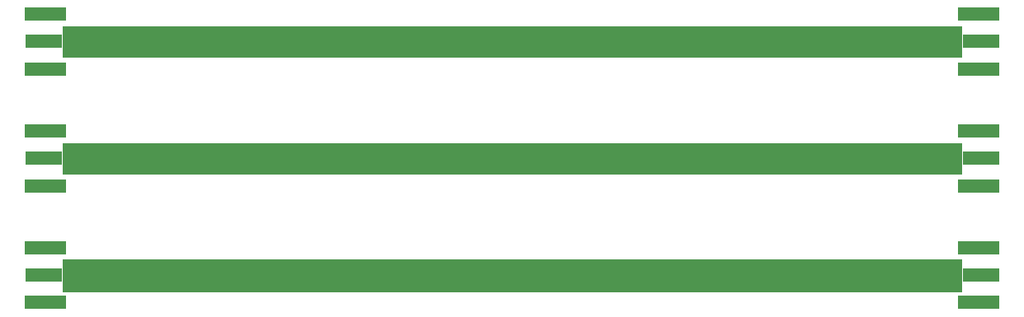
<source format=gts>
G04 #@! TF.GenerationSoftware,KiCad,Pcbnew,5.1.6-c6e7f7d~86~ubuntu18.04.1*
G04 #@! TF.CreationDate,2020-07-08T22:14:40-04:00*
G04 #@! TF.ProjectId,microstrip_tests,6d696372-6f73-4747-9269-705f74657374,rev?*
G04 #@! TF.SameCoordinates,Original*
G04 #@! TF.FileFunction,Soldermask,Top*
G04 #@! TF.FilePolarity,Negative*
%FSLAX46Y46*%
G04 Gerber Fmt 4.6, Leading zero omitted, Abs format (unit mm)*
G04 Created by KiCad (PCBNEW 5.1.6-c6e7f7d~86~ubuntu18.04.1) date 2020-07-08 22:14:40*
%MOMM*%
%LPD*%
G01*
G04 APERTURE LIST*
%ADD10C,0.100000*%
%ADD11R,3.700000X1.370000*%
%ADD12R,4.300000X1.450000*%
G04 APERTURE END LIST*
D10*
G36*
X186100000Y-89800000D02*
G01*
X93900000Y-89800000D01*
X93900000Y-86700000D01*
X186100000Y-86700000D01*
X186100000Y-89800000D01*
G37*
X186100000Y-89800000D02*
X93900000Y-89800000D01*
X93900000Y-86700000D01*
X186100000Y-86700000D01*
X186100000Y-89800000D01*
G36*
X186100000Y-101800000D02*
G01*
X93900000Y-101800000D01*
X93900000Y-98700000D01*
X186100000Y-98700000D01*
X186100000Y-101800000D01*
G37*
X186100000Y-101800000D02*
X93900000Y-101800000D01*
X93900000Y-98700000D01*
X186100000Y-98700000D01*
X186100000Y-101800000D01*
G36*
X186100000Y-113900000D02*
G01*
X93900000Y-113900000D01*
X93900000Y-110600000D01*
X186100000Y-110600000D01*
X186100000Y-113900000D01*
G37*
X186100000Y-113900000D02*
X93900000Y-113900000D01*
X93900000Y-110600000D01*
X186100000Y-110600000D01*
X186100000Y-113900000D01*
D11*
G04 #@! TO.C,J5*
X91900000Y-100237000D03*
D12*
X92100000Y-103062000D03*
X92100000Y-97412000D03*
G04 #@! TD*
D11*
G04 #@! TO.C,J1*
X188100000Y-88237000D03*
D12*
X187900000Y-85412000D03*
X187900000Y-91062000D03*
G04 #@! TD*
G04 #@! TO.C,J2*
X92100000Y-109411000D03*
X92100000Y-115061000D03*
D11*
X91900000Y-112236000D03*
G04 #@! TD*
D12*
G04 #@! TO.C,J3*
X187900000Y-103062000D03*
X187900000Y-97412000D03*
D11*
X188100000Y-100237000D03*
G04 #@! TD*
G04 #@! TO.C,J4*
X188100000Y-112236000D03*
D12*
X187900000Y-109411000D03*
X187900000Y-115061000D03*
G04 #@! TD*
G04 #@! TO.C,J6*
X92100000Y-85412000D03*
X92100000Y-91062000D03*
D11*
X91900000Y-88237000D03*
G04 #@! TD*
M02*

</source>
